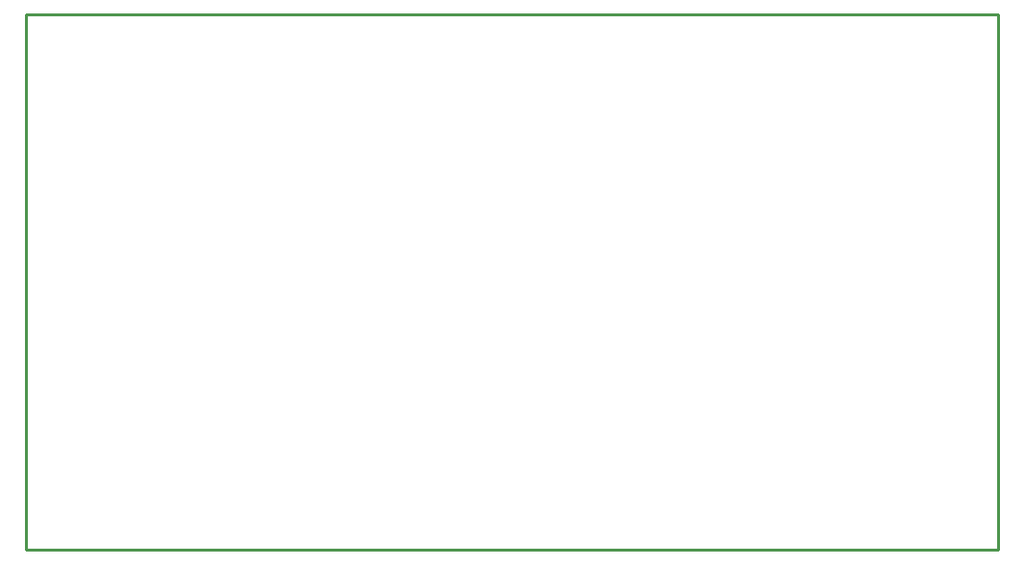
<source format=gm1>
G04 Layer_Color=16711935*
%FSLAX43Y43*%
%MOMM*%
G71*
G01*
G75*
%ADD17C,0.254*%
D17*
X0Y0D02*
Y47244D01*
X85725D01*
Y0D02*
Y47244D01*
X0Y0D02*
X85725D01*
X0D02*
Y47244D01*
X85725D01*
Y0D02*
Y47244D01*
X0Y0D02*
X85725D01*
M02*

</source>
